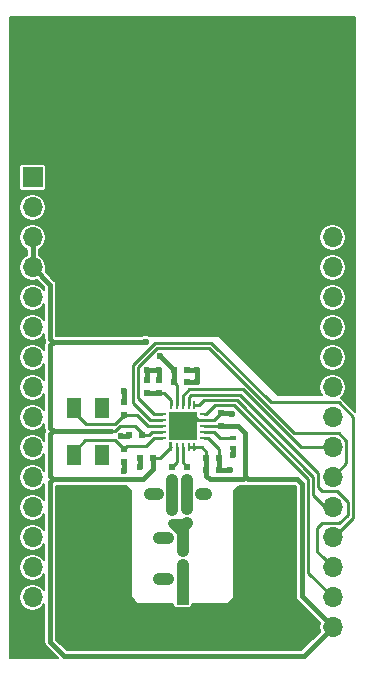
<source format=gtl>
G04 #@! TF.FileFunction,Copper,L1,Top,Signal*
%FSLAX46Y46*%
G04 Gerber Fmt 4.6, Leading zero omitted, Abs format (unit mm)*
G04 Created by KiCad (PCBNEW 4.0.7) date 07/17/18 20:37:52*
%MOMM*%
%LPD*%
G01*
G04 APERTURE LIST*
%ADD10C,0.100000*%
%ADD11R,1.700000X1.700000*%
%ADD12O,1.700000X1.700000*%
%ADD13R,1.200000X1.800000*%
%ADD14R,0.500000X0.600000*%
%ADD15R,0.600000X0.500000*%
%ADD16R,0.400000X0.600000*%
%ADD17R,0.600000X0.400000*%
%ADD18R,1.050000X2.200000*%
%ADD19R,1.000000X1.000000*%
%ADD20R,0.760000X0.280000*%
%ADD21R,0.280000X0.760000*%
%ADD22R,2.400000X2.400000*%
%ADD23C,0.600000*%
%ADD24C,0.500000*%
%ADD25C,1.000000*%
%ADD26C,0.250000*%
%ADD27C,0.400000*%
%ADD28C,0.800000*%
%ADD29C,0.200000*%
G04 APERTURE END LIST*
D10*
D11*
X112700000Y-86450000D03*
D12*
X112700000Y-88990000D03*
X112700000Y-91530000D03*
X112700000Y-94070000D03*
X112700000Y-96610000D03*
X112700000Y-99150000D03*
X112700000Y-101690000D03*
X112700000Y-104230000D03*
X112700000Y-106770000D03*
X112700000Y-109310000D03*
X112700000Y-111850000D03*
X112700000Y-114390000D03*
X112700000Y-116930000D03*
X112700000Y-119470000D03*
X112700000Y-122010000D03*
X112700000Y-124550000D03*
D13*
X90800000Y-106000000D03*
X90800000Y-110000000D03*
X93200000Y-110000000D03*
X93200000Y-106000000D03*
D14*
X100375000Y-110950000D03*
X100375000Y-112050000D03*
X99125000Y-112050000D03*
X99125000Y-110950000D03*
D15*
X99250000Y-102750000D03*
X100350000Y-102750000D03*
X99250000Y-103750000D03*
X100350000Y-103750000D03*
D14*
X95000000Y-106550000D03*
X95000000Y-105450000D03*
X95000000Y-110550000D03*
X95000000Y-109450000D03*
D15*
X99125000Y-113250000D03*
X98025000Y-113250000D03*
X97500000Y-110200000D03*
X96400000Y-110200000D03*
D14*
X100375000Y-115750000D03*
X100375000Y-114650000D03*
X97000000Y-103650000D03*
X97000000Y-104750000D03*
X98000000Y-103650000D03*
X98000000Y-104750000D03*
D15*
X100000000Y-117000000D03*
X98900000Y-117000000D03*
X102000000Y-110250000D03*
X103100000Y-110250000D03*
D14*
X103250000Y-107500000D03*
X103250000Y-106400000D03*
D15*
X100000000Y-120500000D03*
X98900000Y-120500000D03*
X96550000Y-108250000D03*
X95450000Y-108250000D03*
X102000000Y-111250000D03*
X103100000Y-111250000D03*
D16*
X100411805Y-113250000D03*
X101311805Y-113250000D03*
D17*
X99125000Y-115750000D03*
X99125000Y-114850000D03*
X100000000Y-118300000D03*
X100000000Y-119200000D03*
D18*
X98525000Y-123750000D03*
X101475000Y-123750000D03*
D19*
X100000000Y-122150000D03*
D11*
X87300000Y-86450000D03*
D12*
X87300000Y-88990000D03*
X87300000Y-91530000D03*
X87300000Y-94070000D03*
X87300000Y-96610000D03*
X87300000Y-99150000D03*
X87300000Y-101690000D03*
X87300000Y-104230000D03*
X87300000Y-106770000D03*
X87300000Y-109310000D03*
X87300000Y-111850000D03*
X87300000Y-114390000D03*
X87300000Y-116930000D03*
X87300000Y-119470000D03*
X87300000Y-122010000D03*
X87300000Y-124550000D03*
D17*
X104250000Y-108500000D03*
X104250000Y-109400000D03*
D20*
X98220000Y-108500000D03*
X98220000Y-108000000D03*
X98220000Y-107500000D03*
X98220000Y-107000000D03*
X98220000Y-106500000D03*
D21*
X99000000Y-105720000D03*
X100500000Y-105720000D03*
X99500000Y-105720000D03*
X101000000Y-105720000D03*
D10*
G36*
X98860000Y-109660000D02*
X98860000Y-108900000D01*
X99140000Y-108900000D01*
X99140000Y-109660000D01*
X98860000Y-109660000D01*
X98860000Y-109660000D01*
G37*
D21*
X99500000Y-109280000D03*
X100000000Y-109280000D03*
X100500000Y-109280000D03*
X101000000Y-109280000D03*
D20*
X101780000Y-108500000D03*
X101780000Y-108000000D03*
X101780000Y-107500000D03*
X101780000Y-107000000D03*
X101780000Y-106500000D03*
D21*
X100000000Y-105720000D03*
D22*
X100000000Y-107500000D03*
D23*
X102000000Y-113250000D03*
X96864852Y-100364853D03*
X98066942Y-101566942D03*
X100000000Y-124000000D03*
X103000000Y-124000000D03*
X97000000Y-124000000D03*
X97000000Y-123000000D03*
X97000000Y-125000000D03*
X103000000Y-125000000D03*
X103000000Y-123000000D03*
X98000000Y-120500000D03*
X105000000Y-101000000D03*
X107000000Y-101000000D03*
X107000000Y-103000000D03*
X109000000Y-103000000D03*
X109000000Y-101000000D03*
X98000000Y-102750000D03*
X97000000Y-102750000D03*
X91000000Y-83000000D03*
X109000000Y-83000000D03*
X109000000Y-85000000D03*
X109000000Y-87000000D03*
X109000000Y-97000000D03*
X107000000Y-97000000D03*
X105000000Y-97000000D03*
X103000000Y-97000000D03*
X101000000Y-97000000D03*
X111000000Y-83000000D03*
X109000000Y-85000000D03*
X109000000Y-89000000D03*
X109000000Y-91000000D03*
X109000000Y-93000000D03*
X109000000Y-95000000D03*
X109000000Y-97000000D03*
X109000000Y-99000000D03*
X107000000Y-99000000D03*
X105000000Y-99000000D03*
X103000000Y-99000000D03*
X101000000Y-99000000D03*
X99000000Y-99000000D03*
X97000000Y-99000000D03*
X95000000Y-99000000D03*
X93000000Y-99000000D03*
X91000000Y-99000000D03*
X99000000Y-97000000D03*
X97000000Y-97000000D03*
X95000000Y-97000000D03*
X93000000Y-97000000D03*
X91000000Y-97000000D03*
X91000000Y-95000000D03*
X91000000Y-93000000D03*
X91000000Y-91000000D03*
X91000000Y-89000000D03*
X91000000Y-87000000D03*
X91000000Y-85000000D03*
X89000000Y-83000000D03*
X87000000Y-83000000D03*
X87000000Y-81000000D03*
X87000000Y-79000000D03*
X87000000Y-77000000D03*
X87000000Y-75000000D03*
X89000000Y-75000000D03*
X91000000Y-75000000D03*
X93000000Y-75000000D03*
X95000000Y-75000000D03*
X97000000Y-75000000D03*
X99000000Y-75000000D03*
X101000000Y-75000000D03*
X103000000Y-75000000D03*
X105000000Y-75000000D03*
X107000000Y-75000000D03*
X109000000Y-75000000D03*
X111000000Y-75000000D03*
X113000000Y-75000000D03*
X113000000Y-77000000D03*
X113000000Y-79000000D03*
X113000000Y-81000000D03*
X113000000Y-83000000D03*
X109000000Y-113000000D03*
X104205043Y-106460728D03*
X96400000Y-111000000D03*
X104000000Y-111225384D03*
X104250000Y-110000000D03*
D24*
X100000000Y-107500000D03*
X99100000Y-108400000D03*
X100900000Y-106600000D03*
X100900000Y-108400000D03*
X99100000Y-106600000D03*
D23*
X105000000Y-121000000D03*
X107000000Y-121000000D03*
X107000000Y-119000000D03*
X105000000Y-119000000D03*
X105000000Y-117000000D03*
X107000000Y-117000000D03*
X107000000Y-115000000D03*
X105000000Y-115000000D03*
X105000000Y-113000000D03*
X107000000Y-113000000D03*
X95000000Y-121000000D03*
X93000000Y-121000000D03*
X93000000Y-119000000D03*
X95000000Y-119000000D03*
X95000000Y-117000000D03*
X93000000Y-117000000D03*
X93000000Y-115000000D03*
X95000000Y-115000000D03*
X95000000Y-113000000D03*
X93000000Y-113000000D03*
X109000000Y-115000000D03*
X109000000Y-117000000D03*
X109000000Y-119000000D03*
X109000000Y-121000000D03*
X91000000Y-113000000D03*
X91000000Y-115000000D03*
X91000000Y-117000000D03*
X91000000Y-119000000D03*
X91000000Y-121000000D03*
X105000000Y-125000000D03*
X107000000Y-125000000D03*
X109000000Y-125000000D03*
X109000000Y-123000000D03*
X107000000Y-123000000D03*
X105000000Y-123000000D03*
X95000000Y-125000000D03*
X93000000Y-125000000D03*
X91000000Y-125000000D03*
X91000000Y-123000000D03*
X93000000Y-123000000D03*
X95000000Y-123000000D03*
X95000000Y-111294728D03*
X94800774Y-108319535D03*
X95000000Y-104500000D03*
X98000000Y-117000000D03*
X97250000Y-113250000D03*
X101250000Y-102750000D03*
X101250000Y-103750000D03*
D25*
X102000000Y-113250000D02*
X101575010Y-113250000D01*
D26*
X91797071Y-107297071D02*
X90800000Y-106300000D01*
X90800000Y-106300000D02*
X90800000Y-106000000D01*
X94302929Y-107297071D02*
X91797071Y-107297071D01*
X95000000Y-106600000D02*
X94302929Y-107297071D01*
X98220000Y-107500000D02*
X97052295Y-107500000D01*
X97052295Y-107500000D02*
X96152295Y-106600000D01*
X96152295Y-106600000D02*
X95000000Y-106600000D01*
X95000000Y-106600000D02*
X95000000Y-106550000D01*
X95000000Y-106750000D02*
X94975272Y-106750000D01*
X95256782Y-109193218D02*
X95000000Y-109450000D01*
X97590000Y-108500000D02*
X96896782Y-109193218D01*
X96896782Y-109193218D02*
X95256782Y-109193218D01*
X98220000Y-108500000D02*
X97590000Y-108500000D01*
X95000000Y-109450000D02*
X94273475Y-108723475D01*
X94273475Y-108723475D02*
X91776525Y-108723475D01*
X91776525Y-108723475D02*
X90800000Y-109700000D01*
X90800000Y-109700000D02*
X90800000Y-110000000D01*
X100000000Y-110575000D02*
X100375000Y-110950000D01*
X100000000Y-109280000D02*
X100000000Y-110575000D01*
D25*
X100375000Y-112050000D02*
X100375000Y-113075000D01*
X100375000Y-112050000D02*
X100375000Y-114549991D01*
X99125000Y-113250000D02*
X99125000Y-113625000D01*
X99125000Y-113625000D02*
X99125000Y-114649990D01*
X99125000Y-112050000D02*
X99125000Y-113250000D01*
D26*
X99500000Y-110575000D02*
X99125000Y-110950000D01*
X99500000Y-109280000D02*
X99500000Y-110575000D01*
D27*
X112700000Y-124550000D02*
X110068162Y-121918162D01*
X109660433Y-111995422D02*
X105512696Y-111995422D01*
X110068162Y-121918162D02*
X110068162Y-112403151D01*
X110068162Y-112403151D02*
X109660433Y-111995422D01*
X105512696Y-111995422D02*
X105286002Y-111768728D01*
X105286002Y-111768728D02*
X105286002Y-111575650D01*
X102000000Y-111250000D02*
X102000000Y-111706916D01*
X102000000Y-111706916D02*
X102288506Y-111995422D01*
X102288506Y-111995422D02*
X105072639Y-111995422D01*
X105072639Y-111995422D02*
X105286002Y-111782059D01*
X105286002Y-111782059D02*
X105286002Y-111575650D01*
X105286002Y-108091539D02*
X104694463Y-107500000D01*
X105286002Y-111575650D02*
X105286002Y-108091539D01*
X104694463Y-107500000D02*
X103250000Y-107500000D01*
X89264811Y-100364853D02*
X89048766Y-100364853D01*
X89048766Y-100364853D02*
X88790331Y-100106418D01*
X88790331Y-100106418D02*
X88790331Y-95560331D01*
X88790331Y-95560331D02*
X87300000Y-94070000D01*
X89376587Y-107959669D02*
X89090052Y-107959669D01*
X89090052Y-107959669D02*
X88790331Y-107659948D01*
X89081286Y-100364853D02*
X89264811Y-100364853D01*
X88790331Y-107659948D02*
X88790331Y-100655808D01*
X88790331Y-100655808D02*
X89081286Y-100364853D01*
X89325256Y-111994728D02*
X89044745Y-111994728D01*
X89044745Y-111994728D02*
X88793573Y-111743556D01*
X88793573Y-111743556D02*
X88793573Y-108215236D01*
X88793573Y-108215236D02*
X89049140Y-107959669D01*
X89049140Y-107959669D02*
X89376587Y-107959669D01*
X112700000Y-124550000D02*
X110255877Y-126994123D01*
X110255877Y-126994123D02*
X89994123Y-126994123D01*
X89994123Y-126994123D02*
X88789120Y-125789120D01*
X89033305Y-111994728D02*
X89325256Y-111994728D01*
X88789120Y-125789120D02*
X88789120Y-112238913D01*
X88789120Y-112238913D02*
X89033305Y-111994728D01*
X97500000Y-110200000D02*
X97500000Y-111159268D01*
X97500000Y-111159268D02*
X96664540Y-111994728D01*
X96664540Y-111994728D02*
X89325256Y-111994728D01*
X93962027Y-107959669D02*
X89376587Y-107959669D01*
X96864852Y-100364853D02*
X89264811Y-100364853D01*
X87300000Y-94070000D02*
X87300000Y-91530000D01*
D26*
X99000000Y-109280000D02*
X98080000Y-110200000D01*
X98080000Y-110200000D02*
X97500000Y-110200000D01*
X101000000Y-109280000D02*
X101606612Y-109280000D01*
X101606612Y-109280000D02*
X102000000Y-109673388D01*
X102000000Y-109673388D02*
X102000000Y-110250000D01*
D27*
X99250000Y-102750000D02*
X98066942Y-101566942D01*
D26*
X96550000Y-108250000D02*
X96550000Y-108093072D01*
X96550000Y-108093072D02*
X95956928Y-107500000D01*
X95956928Y-107500000D02*
X94736410Y-107500000D01*
X94736410Y-107500000D02*
X94276741Y-107959669D01*
X94276741Y-107959669D02*
X93962027Y-107959669D01*
X96550000Y-108250000D02*
X96557426Y-108257426D01*
X96557426Y-108257426D02*
X97172058Y-108257426D01*
X97429484Y-108000000D02*
X98220000Y-108000000D01*
X97172058Y-108257426D02*
X97429484Y-108000000D01*
D27*
X102000000Y-111250000D02*
X102000000Y-110250000D01*
X99250000Y-103750000D02*
X99250000Y-102750000D01*
D26*
X103250000Y-107500000D02*
X101780000Y-107500000D01*
X101000000Y-109280000D02*
X101000000Y-109425002D01*
X100500000Y-109280000D02*
X101000000Y-109280000D01*
X99250000Y-103750000D02*
X99500000Y-104000000D01*
X99500000Y-104000000D02*
X99500000Y-105720000D01*
X111000000Y-83000000D02*
X109000000Y-83000000D01*
X89000000Y-83000000D02*
X91000000Y-83000000D01*
D25*
X98000000Y-120500000D02*
X98799990Y-120500000D01*
X98000000Y-117000000D02*
X98799990Y-117000000D01*
X97250000Y-113250000D02*
X97924990Y-113250000D01*
D26*
X100000000Y-124000000D02*
X101225000Y-124000000D01*
X101225000Y-124000000D02*
X101475000Y-123750000D01*
X103000000Y-123000000D02*
X103000000Y-124000000D01*
X103000000Y-125000000D02*
X103000000Y-124000000D01*
X97000000Y-124000000D02*
X97000000Y-123000000D01*
X97000000Y-125000000D02*
X97000000Y-124000000D01*
X97000000Y-123000000D02*
X95000000Y-123000000D01*
X105000000Y-123000000D02*
X103000000Y-123000000D01*
X97000000Y-123000000D02*
X97775000Y-123000000D01*
X97775000Y-123000000D02*
X98525000Y-123750000D01*
X101475000Y-123750000D02*
X102250000Y-123750000D01*
X102250000Y-123750000D02*
X103000000Y-123000000D01*
X105000000Y-115000000D02*
X105000000Y-113000000D01*
X105000000Y-119000000D02*
X105000000Y-117000000D01*
D27*
X109000000Y-103000000D02*
X107000000Y-103000000D01*
X107000000Y-101000000D02*
X105000000Y-101000000D01*
X107000000Y-103000000D02*
X107000000Y-101000000D01*
X109000000Y-101000000D02*
X109000000Y-103000000D01*
X109000000Y-99000000D02*
X109000000Y-101000000D01*
X98000000Y-102750000D02*
X98000000Y-103650000D01*
X97000000Y-102750000D02*
X98000000Y-102750000D01*
X97000000Y-103650000D02*
X97000000Y-102750000D01*
D26*
X91000000Y-85000000D02*
X91000000Y-83000000D01*
X109000000Y-85000000D02*
X109000000Y-83000000D01*
X109000000Y-87000000D02*
X109000000Y-85000000D01*
X109000000Y-89000000D02*
X109000000Y-87000000D01*
X107000000Y-97000000D02*
X109000000Y-97000000D01*
X105000000Y-97000000D02*
X107000000Y-97000000D01*
X103000000Y-97000000D02*
X105000000Y-97000000D01*
X101000000Y-97000000D02*
X103000000Y-97000000D01*
X99000000Y-97000000D02*
X101000000Y-97000000D01*
X111000000Y-83000000D02*
X113000000Y-83000000D01*
X109000000Y-91000000D02*
X109000000Y-89000000D01*
X109000000Y-93000000D02*
X109000000Y-91000000D01*
X109000000Y-95000000D02*
X109000000Y-93000000D01*
X109000000Y-97000000D02*
X109000000Y-95000000D01*
X109000000Y-99000000D02*
X109000000Y-97000000D01*
X107000000Y-99000000D02*
X109000000Y-99000000D01*
X105000000Y-99000000D02*
X107000000Y-99000000D01*
X103000000Y-99000000D02*
X105000000Y-99000000D01*
X101000000Y-99000000D02*
X103000000Y-99000000D01*
X99000000Y-99000000D02*
X101000000Y-99000000D01*
X97000000Y-99000000D02*
X99000000Y-99000000D01*
X95000000Y-99000000D02*
X97000000Y-99000000D01*
X93000000Y-99000000D02*
X95000000Y-99000000D01*
X91000000Y-99000000D02*
X93000000Y-99000000D01*
X91000000Y-97000000D02*
X91000000Y-99000000D01*
X97000000Y-97000000D02*
X99000000Y-97000000D01*
X95000000Y-97000000D02*
X97000000Y-97000000D01*
X93000000Y-97000000D02*
X95000000Y-97000000D01*
X91000000Y-97000000D02*
X93000000Y-97000000D01*
X91000000Y-95000000D02*
X91000000Y-97000000D01*
X91000000Y-93000000D02*
X91000000Y-95000000D01*
X91000000Y-91000000D02*
X91000000Y-93000000D01*
X91000000Y-89000000D02*
X91000000Y-91000000D01*
X91000000Y-87000000D02*
X91000000Y-89000000D01*
X91000000Y-85000000D02*
X91000000Y-87000000D01*
X87000000Y-83000000D02*
X89000000Y-83000000D01*
X87000000Y-81000000D02*
X87000000Y-83000000D01*
X87000000Y-79000000D02*
X87000000Y-81000000D01*
X87000000Y-77000000D02*
X87000000Y-79000000D01*
X87000000Y-75000000D02*
X87000000Y-77000000D01*
X89000000Y-75000000D02*
X87000000Y-75000000D01*
X91000000Y-75000000D02*
X89000000Y-75000000D01*
X93000000Y-75000000D02*
X91000000Y-75000000D01*
X95000000Y-75000000D02*
X93000000Y-75000000D01*
X97000000Y-75000000D02*
X95000000Y-75000000D01*
X99000000Y-75000000D02*
X97000000Y-75000000D01*
X101000000Y-75000000D02*
X99000000Y-75000000D01*
X103000000Y-75000000D02*
X101000000Y-75000000D01*
X105000000Y-75000000D02*
X103000000Y-75000000D01*
X107000000Y-75000000D02*
X105000000Y-75000000D01*
X109000000Y-75000000D02*
X107000000Y-75000000D01*
X111000000Y-75000000D02*
X109000000Y-75000000D01*
X113000000Y-75000000D02*
X111000000Y-75000000D01*
X113000000Y-77000000D02*
X113000000Y-75000000D01*
X113000000Y-79000000D02*
X113000000Y-77000000D01*
X113000000Y-81000000D02*
X113000000Y-79000000D01*
X113000000Y-83000000D02*
X113000000Y-81000000D01*
X112700000Y-86450000D02*
X112700000Y-83300000D01*
X112700000Y-83300000D02*
X113000000Y-83000000D01*
X109000000Y-115000000D02*
X109000000Y-113000000D01*
X109000000Y-113000000D02*
X107000000Y-113000000D01*
D27*
X104144315Y-106400000D02*
X104205043Y-106460728D01*
X103250000Y-106400000D02*
X104144315Y-106400000D01*
X96400000Y-110200000D02*
X96400000Y-111000000D01*
D26*
X101780000Y-108500000D02*
X102139048Y-108500000D01*
X102139048Y-108500000D02*
X103100000Y-109460952D01*
X103100000Y-109460952D02*
X103100000Y-110250000D01*
D27*
X103100000Y-111250000D02*
X103975384Y-111250000D01*
X103975384Y-111250000D02*
X104000000Y-111225384D01*
X104250000Y-109400000D02*
X104250000Y-110000000D01*
D26*
X100900000Y-108400000D02*
X100900000Y-106600000D01*
X101780000Y-107000000D02*
X101300000Y-107000000D01*
X101300000Y-107000000D02*
X100900000Y-106600000D01*
X99100000Y-108400000D02*
X100900000Y-108400000D01*
X99100000Y-106600000D02*
X99100000Y-108400000D01*
X100900000Y-106600000D02*
X99100000Y-106600000D01*
X100000000Y-107500000D02*
X100900000Y-106600000D01*
X107000000Y-121000000D02*
X105000000Y-121000000D01*
X107000000Y-119000000D02*
X107000000Y-121000000D01*
X105000000Y-119000000D02*
X107000000Y-119000000D01*
X107000000Y-117000000D02*
X105000000Y-117000000D01*
X107000000Y-115000000D02*
X107000000Y-117000000D01*
X105000000Y-115000000D02*
X107000000Y-115000000D01*
X107000000Y-113000000D02*
X105000000Y-113000000D01*
X93000000Y-121000000D02*
X95000000Y-121000000D01*
X93000000Y-119000000D02*
X93000000Y-121000000D01*
X95000000Y-119000000D02*
X93000000Y-119000000D01*
X95000000Y-117000000D02*
X95000000Y-119000000D01*
X93000000Y-117000000D02*
X95000000Y-117000000D01*
X93000000Y-115000000D02*
X93000000Y-117000000D01*
X95000000Y-115000000D02*
X93000000Y-115000000D01*
X95000000Y-113000000D02*
X95000000Y-115000000D01*
X93000000Y-113000000D02*
X95000000Y-113000000D01*
X91000000Y-113000000D02*
X93000000Y-113000000D01*
X109000000Y-117000000D02*
X109000000Y-115000000D01*
X109000000Y-119000000D02*
X109000000Y-117000000D01*
X109000000Y-121000000D02*
X109000000Y-119000000D01*
X109000000Y-123000000D02*
X109000000Y-121000000D01*
X91000000Y-115000000D02*
X91000000Y-113000000D01*
X91000000Y-117000000D02*
X91000000Y-115000000D01*
X91000000Y-119000000D02*
X91000000Y-117000000D01*
X91000000Y-121000000D02*
X91000000Y-119000000D01*
X91000000Y-123000000D02*
X91000000Y-121000000D01*
X107000000Y-125000000D02*
X105000000Y-125000000D01*
X109000000Y-125000000D02*
X107000000Y-125000000D01*
X109000000Y-123000000D02*
X109000000Y-125000000D01*
X107000000Y-123000000D02*
X109000000Y-123000000D01*
X105000000Y-123000000D02*
X107000000Y-123000000D01*
X93000000Y-125000000D02*
X95000000Y-125000000D01*
X91000000Y-125000000D02*
X93000000Y-125000000D01*
X91000000Y-123000000D02*
X91000000Y-125000000D01*
X93000000Y-123000000D02*
X91000000Y-123000000D01*
X95000000Y-123000000D02*
X93000000Y-123000000D01*
D27*
X95000000Y-110550000D02*
X95000000Y-111294728D01*
X95225038Y-108319535D02*
X94800774Y-108319535D01*
X95380465Y-108319535D02*
X95225038Y-108319535D01*
X95450000Y-108250000D02*
X95380465Y-108319535D01*
X103100000Y-111250000D02*
X103100000Y-110250000D01*
X101250000Y-103750000D02*
X100350000Y-103750000D01*
X101250000Y-102750000D02*
X101250000Y-103750000D01*
X100350000Y-102750000D02*
X101250000Y-102750000D01*
X95000000Y-105450000D02*
X95000000Y-104500000D01*
D26*
X103250000Y-106400000D02*
X102650000Y-107000000D01*
X102650000Y-107000000D02*
X101780000Y-107000000D01*
X98525000Y-123600000D02*
X98225000Y-123600000D01*
X101475000Y-123600000D02*
X101775000Y-123600000D01*
D25*
X100000000Y-117000000D02*
X100000000Y-116125000D01*
X100000000Y-116125000D02*
X100375000Y-115750000D01*
D28*
X99125000Y-115750000D02*
X100000000Y-116625000D01*
D25*
X100000000Y-117000000D02*
X100000000Y-118099990D01*
D28*
X100000000Y-117000000D02*
X100000000Y-118199990D01*
X99125000Y-115750000D02*
X100375000Y-115750000D01*
X100000000Y-116625000D02*
X100000000Y-117000000D01*
D26*
X99000000Y-105720000D02*
X99000000Y-105292176D01*
X99000000Y-105292176D02*
X98457824Y-104750000D01*
X98457824Y-104750000D02*
X98000000Y-104750000D01*
D27*
X97000000Y-104750000D02*
X98000000Y-104750000D01*
D25*
X100000000Y-120500000D02*
X100000000Y-119300000D01*
X100000000Y-120500000D02*
X100000000Y-122150000D01*
D28*
X100000000Y-120500000D02*
X100000000Y-119200000D01*
D26*
X104250000Y-108500000D02*
X103123404Y-108500000D01*
X103123404Y-108500000D02*
X102623404Y-108000000D01*
X102623404Y-108000000D02*
X101780000Y-108000000D01*
X101800000Y-107980000D02*
X101780000Y-108000000D01*
X111497919Y-109310000D02*
X112700000Y-109310000D01*
X105077951Y-104399970D02*
X109987981Y-109310000D01*
X109987981Y-109310000D02*
X111497919Y-109310000D01*
X100553620Y-104399970D02*
X105077951Y-104399970D01*
X100000000Y-104953590D02*
X100553620Y-104399970D01*
X100000000Y-105720000D02*
X100000000Y-104953590D01*
X96250000Y-105160000D02*
X97590000Y-106500000D01*
X113875001Y-110674999D02*
X113875001Y-108745999D01*
X96250000Y-102500000D02*
X96250000Y-105160000D01*
X97821900Y-100928100D02*
X96250000Y-102500000D01*
X109449390Y-108134999D02*
X102242491Y-100928100D01*
X113875001Y-108745999D02*
X113264001Y-108134999D01*
X112700000Y-111850000D02*
X113875001Y-110674999D01*
X97590000Y-106500000D02*
X98220000Y-106500000D01*
X113264001Y-108134999D02*
X109449390Y-108134999D01*
X102242491Y-100928100D02*
X97821900Y-100928100D01*
X112700000Y-114390000D02*
X112055011Y-114390000D01*
X112055011Y-114390000D02*
X111052802Y-113387791D01*
X111052802Y-113387791D02*
X111052802Y-111785326D01*
X111052802Y-111785326D02*
X104567468Y-105299992D01*
X104567468Y-105299992D02*
X101810008Y-105299992D01*
X101810008Y-105299992D02*
X101390000Y-105720000D01*
X101390000Y-105720000D02*
X101000000Y-105720000D01*
X95799989Y-102313600D02*
X97635500Y-100478089D01*
X97635500Y-100478089D02*
X102428890Y-100478089D01*
X102428890Y-100478089D02*
X107459506Y-105508705D01*
X98220000Y-107000000D02*
X97238741Y-107000000D01*
X95799989Y-105561249D02*
X95799989Y-102313600D01*
X97238741Y-107000000D02*
X95799989Y-105561249D01*
X107459506Y-105508705D02*
X113208781Y-105508705D01*
X113208781Y-105508705D02*
X114432731Y-106732655D01*
X114432731Y-106732655D02*
X114432731Y-115322625D01*
X114432731Y-115322625D02*
X112825356Y-116930000D01*
X112825356Y-116930000D02*
X112700000Y-116930000D01*
X100500000Y-105720000D02*
X100500000Y-105090000D01*
X100500000Y-105090000D02*
X100740019Y-104849981D01*
X111411450Y-118181450D02*
X111850001Y-118620001D01*
X100740019Y-104849981D02*
X104873669Y-104849981D01*
X104873669Y-104849981D02*
X111502813Y-111479125D01*
X111850001Y-118620001D02*
X112700000Y-119470000D01*
X111502813Y-111479125D02*
X111502813Y-112695318D01*
X111502813Y-112695318D02*
X111832496Y-113025001D01*
X111832496Y-113025001D02*
X113074003Y-113025001D01*
X113074003Y-113025001D02*
X113982721Y-113933719D01*
X113982721Y-113933719D02*
X113982721Y-115036279D01*
X111797206Y-115754999D02*
X111411450Y-116140755D01*
X113982721Y-115036279D02*
X113264001Y-115754999D01*
X113264001Y-115754999D02*
X111797206Y-115754999D01*
X111411450Y-116140755D02*
X111411450Y-118181450D01*
X110602791Y-119912791D02*
X110602791Y-111971726D01*
X110602791Y-111971726D02*
X104381068Y-105750003D01*
X102020000Y-106500000D02*
X101780000Y-106500000D01*
X112700000Y-122010000D02*
X110602791Y-119912791D01*
X104381068Y-105750003D02*
X102769997Y-105750003D01*
X102769997Y-105750003D02*
X102020000Y-106500000D01*
D29*
G36*
X114625000Y-106323883D02*
X113509301Y-105208185D01*
X113399024Y-105134499D01*
X113535703Y-105043173D01*
X113784991Y-104670086D01*
X113872530Y-104230000D01*
X113784991Y-103789914D01*
X113535703Y-103416827D01*
X113162616Y-103167539D01*
X112722530Y-103080000D01*
X112677470Y-103080000D01*
X112237384Y-103167539D01*
X111864297Y-103416827D01*
X111615009Y-103789914D01*
X111527470Y-104230000D01*
X111615009Y-104670086D01*
X111762685Y-104891100D01*
X108050322Y-104891100D01*
X104849222Y-101690000D01*
X111527470Y-101690000D01*
X111615009Y-102130086D01*
X111864297Y-102503173D01*
X112237384Y-102752461D01*
X112677470Y-102840000D01*
X112722530Y-102840000D01*
X113162616Y-102752461D01*
X113535703Y-102503173D01*
X113784991Y-102130086D01*
X113872530Y-101690000D01*
X113784991Y-101249914D01*
X113535703Y-100876827D01*
X113162616Y-100627539D01*
X112722530Y-100540000D01*
X112677470Y-100540000D01*
X112237384Y-100627539D01*
X111864297Y-100876827D01*
X111615009Y-101249914D01*
X111527470Y-101690000D01*
X104849222Y-101690000D01*
X103079611Y-99920389D01*
X103047806Y-99898979D01*
X103008900Y-99891100D01*
X97239715Y-99891100D01*
X97205169Y-99856494D01*
X96984723Y-99764957D01*
X96746028Y-99764749D01*
X96525423Y-99855901D01*
X96516455Y-99864853D01*
X89290331Y-99864853D01*
X89290331Y-99150000D01*
X111527470Y-99150000D01*
X111615009Y-99590086D01*
X111864297Y-99963173D01*
X112237384Y-100212461D01*
X112677470Y-100300000D01*
X112722530Y-100300000D01*
X113162616Y-100212461D01*
X113535703Y-99963173D01*
X113784991Y-99590086D01*
X113872530Y-99150000D01*
X113784991Y-98709914D01*
X113535703Y-98336827D01*
X113162616Y-98087539D01*
X112722530Y-98000000D01*
X112677470Y-98000000D01*
X112237384Y-98087539D01*
X111864297Y-98336827D01*
X111615009Y-98709914D01*
X111527470Y-99150000D01*
X89290331Y-99150000D01*
X89290331Y-96610000D01*
X111527470Y-96610000D01*
X111615009Y-97050086D01*
X111864297Y-97423173D01*
X112237384Y-97672461D01*
X112677470Y-97760000D01*
X112722530Y-97760000D01*
X113162616Y-97672461D01*
X113535703Y-97423173D01*
X113784991Y-97050086D01*
X113872530Y-96610000D01*
X113784991Y-96169914D01*
X113535703Y-95796827D01*
X113162616Y-95547539D01*
X112722530Y-95460000D01*
X112677470Y-95460000D01*
X112237384Y-95547539D01*
X111864297Y-95796827D01*
X111615009Y-96169914D01*
X111527470Y-96610000D01*
X89290331Y-96610000D01*
X89290331Y-95560331D01*
X89252271Y-95368989D01*
X89152719Y-95220000D01*
X89143884Y-95206777D01*
X88395311Y-94458204D01*
X88472530Y-94070000D01*
X111527470Y-94070000D01*
X111615009Y-94510086D01*
X111864297Y-94883173D01*
X112237384Y-95132461D01*
X112677470Y-95220000D01*
X112722530Y-95220000D01*
X113162616Y-95132461D01*
X113535703Y-94883173D01*
X113784991Y-94510086D01*
X113872530Y-94070000D01*
X113784991Y-93629914D01*
X113535703Y-93256827D01*
X113162616Y-93007539D01*
X112722530Y-92920000D01*
X112677470Y-92920000D01*
X112237384Y-93007539D01*
X111864297Y-93256827D01*
X111615009Y-93629914D01*
X111527470Y-94070000D01*
X88472530Y-94070000D01*
X88384991Y-93629914D01*
X88135703Y-93256827D01*
X87800000Y-93032518D01*
X87800000Y-92567482D01*
X88135703Y-92343173D01*
X88384991Y-91970086D01*
X88472530Y-91530000D01*
X111527470Y-91530000D01*
X111615009Y-91970086D01*
X111864297Y-92343173D01*
X112237384Y-92592461D01*
X112677470Y-92680000D01*
X112722530Y-92680000D01*
X113162616Y-92592461D01*
X113535703Y-92343173D01*
X113784991Y-91970086D01*
X113872530Y-91530000D01*
X113784991Y-91089914D01*
X113535703Y-90716827D01*
X113162616Y-90467539D01*
X112722530Y-90380000D01*
X112677470Y-90380000D01*
X112237384Y-90467539D01*
X111864297Y-90716827D01*
X111615009Y-91089914D01*
X111527470Y-91530000D01*
X88472530Y-91530000D01*
X88384991Y-91089914D01*
X88135703Y-90716827D01*
X87762616Y-90467539D01*
X87322530Y-90380000D01*
X87277470Y-90380000D01*
X86837384Y-90467539D01*
X86464297Y-90716827D01*
X86215009Y-91089914D01*
X86127470Y-91530000D01*
X86215009Y-91970086D01*
X86464297Y-92343173D01*
X86800000Y-92567482D01*
X86800000Y-93032518D01*
X86464297Y-93256827D01*
X86215009Y-93629914D01*
X86127470Y-94070000D01*
X86215009Y-94510086D01*
X86464297Y-94883173D01*
X86837384Y-95132461D01*
X87277470Y-95220000D01*
X87322530Y-95220000D01*
X87673150Y-95150257D01*
X88290331Y-95767438D01*
X88290331Y-96028245D01*
X88135703Y-95796827D01*
X87762616Y-95547539D01*
X87322530Y-95460000D01*
X87277470Y-95460000D01*
X86837384Y-95547539D01*
X86464297Y-95796827D01*
X86215009Y-96169914D01*
X86127470Y-96610000D01*
X86215009Y-97050086D01*
X86464297Y-97423173D01*
X86837384Y-97672461D01*
X87277470Y-97760000D01*
X87322530Y-97760000D01*
X87762616Y-97672461D01*
X88135703Y-97423173D01*
X88290331Y-97191755D01*
X88290331Y-98568245D01*
X88135703Y-98336827D01*
X87762616Y-98087539D01*
X87322530Y-98000000D01*
X87277470Y-98000000D01*
X86837384Y-98087539D01*
X86464297Y-98336827D01*
X86215009Y-98709914D01*
X86127470Y-99150000D01*
X86215009Y-99590086D01*
X86464297Y-99963173D01*
X86837384Y-100212461D01*
X87277470Y-100300000D01*
X87322530Y-100300000D01*
X87762616Y-100212461D01*
X88135703Y-99963173D01*
X88290331Y-99731755D01*
X88290331Y-100106418D01*
X88317893Y-100244982D01*
X88328391Y-100297760D01*
X88384086Y-100381113D01*
X88328391Y-100464466D01*
X88290331Y-100655808D01*
X88290331Y-101108245D01*
X88135703Y-100876827D01*
X87762616Y-100627539D01*
X87322530Y-100540000D01*
X87277470Y-100540000D01*
X86837384Y-100627539D01*
X86464297Y-100876827D01*
X86215009Y-101249914D01*
X86127470Y-101690000D01*
X86215009Y-102130086D01*
X86464297Y-102503173D01*
X86837384Y-102752461D01*
X87277470Y-102840000D01*
X87322530Y-102840000D01*
X87762616Y-102752461D01*
X88135703Y-102503173D01*
X88290331Y-102271755D01*
X88290331Y-103648245D01*
X88135703Y-103416827D01*
X87762616Y-103167539D01*
X87322530Y-103080000D01*
X87277470Y-103080000D01*
X86837384Y-103167539D01*
X86464297Y-103416827D01*
X86215009Y-103789914D01*
X86127470Y-104230000D01*
X86215009Y-104670086D01*
X86464297Y-105043173D01*
X86837384Y-105292461D01*
X87277470Y-105380000D01*
X87322530Y-105380000D01*
X87762616Y-105292461D01*
X88135703Y-105043173D01*
X88290331Y-104811755D01*
X88290331Y-106188245D01*
X88135703Y-105956827D01*
X87762616Y-105707539D01*
X87322530Y-105620000D01*
X87277470Y-105620000D01*
X86837384Y-105707539D01*
X86464297Y-105956827D01*
X86215009Y-106329914D01*
X86127470Y-106770000D01*
X86215009Y-107210086D01*
X86464297Y-107583173D01*
X86837384Y-107832461D01*
X87277470Y-107920000D01*
X87322530Y-107920000D01*
X87762616Y-107832461D01*
X88135703Y-107583173D01*
X88290331Y-107351755D01*
X88290331Y-107659948D01*
X88321642Y-107817359D01*
X88328391Y-107851290D01*
X88387678Y-107940018D01*
X88331633Y-108023894D01*
X88293573Y-108215236D01*
X88293573Y-108733097D01*
X88135703Y-108496827D01*
X87762616Y-108247539D01*
X87322530Y-108160000D01*
X87277470Y-108160000D01*
X86837384Y-108247539D01*
X86464297Y-108496827D01*
X86215009Y-108869914D01*
X86127470Y-109310000D01*
X86215009Y-109750086D01*
X86464297Y-110123173D01*
X86837384Y-110372461D01*
X87277470Y-110460000D01*
X87322530Y-110460000D01*
X87762616Y-110372461D01*
X88135703Y-110123173D01*
X88293573Y-109886903D01*
X88293573Y-111273097D01*
X88135703Y-111036827D01*
X87762616Y-110787539D01*
X87322530Y-110700000D01*
X87277470Y-110700000D01*
X86837384Y-110787539D01*
X86464297Y-111036827D01*
X86215009Y-111409914D01*
X86127470Y-111850000D01*
X86215009Y-112290086D01*
X86464297Y-112663173D01*
X86837384Y-112912461D01*
X87277470Y-113000000D01*
X87322530Y-113000000D01*
X87762616Y-112912461D01*
X88135703Y-112663173D01*
X88289120Y-112433568D01*
X88289120Y-113806432D01*
X88135703Y-113576827D01*
X87762616Y-113327539D01*
X87322530Y-113240000D01*
X87277470Y-113240000D01*
X86837384Y-113327539D01*
X86464297Y-113576827D01*
X86215009Y-113949914D01*
X86127470Y-114390000D01*
X86215009Y-114830086D01*
X86464297Y-115203173D01*
X86837384Y-115452461D01*
X87277470Y-115540000D01*
X87322530Y-115540000D01*
X87762616Y-115452461D01*
X88135703Y-115203173D01*
X88289120Y-114973568D01*
X88289120Y-116346432D01*
X88135703Y-116116827D01*
X87762616Y-115867539D01*
X87322530Y-115780000D01*
X87277470Y-115780000D01*
X86837384Y-115867539D01*
X86464297Y-116116827D01*
X86215009Y-116489914D01*
X86127470Y-116930000D01*
X86215009Y-117370086D01*
X86464297Y-117743173D01*
X86837384Y-117992461D01*
X87277470Y-118080000D01*
X87322530Y-118080000D01*
X87762616Y-117992461D01*
X88135703Y-117743173D01*
X88289120Y-117513568D01*
X88289120Y-118886432D01*
X88135703Y-118656827D01*
X87762616Y-118407539D01*
X87322530Y-118320000D01*
X87277470Y-118320000D01*
X86837384Y-118407539D01*
X86464297Y-118656827D01*
X86215009Y-119029914D01*
X86127470Y-119470000D01*
X86215009Y-119910086D01*
X86464297Y-120283173D01*
X86837384Y-120532461D01*
X87277470Y-120620000D01*
X87322530Y-120620000D01*
X87762616Y-120532461D01*
X88135703Y-120283173D01*
X88289120Y-120053568D01*
X88289120Y-121426432D01*
X88135703Y-121196827D01*
X87762616Y-120947539D01*
X87322530Y-120860000D01*
X87277470Y-120860000D01*
X86837384Y-120947539D01*
X86464297Y-121196827D01*
X86215009Y-121569914D01*
X86127470Y-122010000D01*
X86215009Y-122450086D01*
X86464297Y-122823173D01*
X86837384Y-123072461D01*
X87277470Y-123160000D01*
X87322530Y-123160000D01*
X87762616Y-123072461D01*
X88135703Y-122823173D01*
X88289120Y-122593568D01*
X88289120Y-125789120D01*
X88327180Y-125980462D01*
X88435567Y-126142673D01*
X89417893Y-127125000D01*
X85375000Y-127125000D01*
X85375000Y-88990000D01*
X86127470Y-88990000D01*
X86215009Y-89430086D01*
X86464297Y-89803173D01*
X86837384Y-90052461D01*
X87277470Y-90140000D01*
X87322530Y-90140000D01*
X87762616Y-90052461D01*
X88135703Y-89803173D01*
X88384991Y-89430086D01*
X88472530Y-88990000D01*
X88384991Y-88549914D01*
X88135703Y-88176827D01*
X87762616Y-87927539D01*
X87322530Y-87840000D01*
X87277470Y-87840000D01*
X86837384Y-87927539D01*
X86464297Y-88176827D01*
X86215009Y-88549914D01*
X86127470Y-88990000D01*
X85375000Y-88990000D01*
X85375000Y-85600000D01*
X86144123Y-85600000D01*
X86144123Y-87300000D01*
X86165042Y-87411173D01*
X86230745Y-87513279D01*
X86330997Y-87581778D01*
X86450000Y-87605877D01*
X88150000Y-87605877D01*
X88261173Y-87584958D01*
X88363279Y-87519255D01*
X88431778Y-87419003D01*
X88455877Y-87300000D01*
X88455877Y-85600000D01*
X88434958Y-85488827D01*
X88369255Y-85386721D01*
X88269003Y-85318222D01*
X88150000Y-85294123D01*
X86450000Y-85294123D01*
X86338827Y-85315042D01*
X86236721Y-85380745D01*
X86168222Y-85480997D01*
X86144123Y-85600000D01*
X85375000Y-85600000D01*
X85375000Y-72875000D01*
X114625000Y-72875000D01*
X114625000Y-106323883D01*
X114625000Y-106323883D01*
G37*
X114625000Y-106323883D02*
X113509301Y-105208185D01*
X113399024Y-105134499D01*
X113535703Y-105043173D01*
X113784991Y-104670086D01*
X113872530Y-104230000D01*
X113784991Y-103789914D01*
X113535703Y-103416827D01*
X113162616Y-103167539D01*
X112722530Y-103080000D01*
X112677470Y-103080000D01*
X112237384Y-103167539D01*
X111864297Y-103416827D01*
X111615009Y-103789914D01*
X111527470Y-104230000D01*
X111615009Y-104670086D01*
X111762685Y-104891100D01*
X108050322Y-104891100D01*
X104849222Y-101690000D01*
X111527470Y-101690000D01*
X111615009Y-102130086D01*
X111864297Y-102503173D01*
X112237384Y-102752461D01*
X112677470Y-102840000D01*
X112722530Y-102840000D01*
X113162616Y-102752461D01*
X113535703Y-102503173D01*
X113784991Y-102130086D01*
X113872530Y-101690000D01*
X113784991Y-101249914D01*
X113535703Y-100876827D01*
X113162616Y-100627539D01*
X112722530Y-100540000D01*
X112677470Y-100540000D01*
X112237384Y-100627539D01*
X111864297Y-100876827D01*
X111615009Y-101249914D01*
X111527470Y-101690000D01*
X104849222Y-101690000D01*
X103079611Y-99920389D01*
X103047806Y-99898979D01*
X103008900Y-99891100D01*
X97239715Y-99891100D01*
X97205169Y-99856494D01*
X96984723Y-99764957D01*
X96746028Y-99764749D01*
X96525423Y-99855901D01*
X96516455Y-99864853D01*
X89290331Y-99864853D01*
X89290331Y-99150000D01*
X111527470Y-99150000D01*
X111615009Y-99590086D01*
X111864297Y-99963173D01*
X112237384Y-100212461D01*
X112677470Y-100300000D01*
X112722530Y-100300000D01*
X113162616Y-100212461D01*
X113535703Y-99963173D01*
X113784991Y-99590086D01*
X113872530Y-99150000D01*
X113784991Y-98709914D01*
X113535703Y-98336827D01*
X113162616Y-98087539D01*
X112722530Y-98000000D01*
X112677470Y-98000000D01*
X112237384Y-98087539D01*
X111864297Y-98336827D01*
X111615009Y-98709914D01*
X111527470Y-99150000D01*
X89290331Y-99150000D01*
X89290331Y-96610000D01*
X111527470Y-96610000D01*
X111615009Y-97050086D01*
X111864297Y-97423173D01*
X112237384Y-97672461D01*
X112677470Y-97760000D01*
X112722530Y-97760000D01*
X113162616Y-97672461D01*
X113535703Y-97423173D01*
X113784991Y-97050086D01*
X113872530Y-96610000D01*
X113784991Y-96169914D01*
X113535703Y-95796827D01*
X113162616Y-95547539D01*
X112722530Y-95460000D01*
X112677470Y-95460000D01*
X112237384Y-95547539D01*
X111864297Y-95796827D01*
X111615009Y-96169914D01*
X111527470Y-96610000D01*
X89290331Y-96610000D01*
X89290331Y-95560331D01*
X89252271Y-95368989D01*
X89152719Y-95220000D01*
X89143884Y-95206777D01*
X88395311Y-94458204D01*
X88472530Y-94070000D01*
X111527470Y-94070000D01*
X111615009Y-94510086D01*
X111864297Y-94883173D01*
X112237384Y-95132461D01*
X112677470Y-95220000D01*
X112722530Y-95220000D01*
X113162616Y-95132461D01*
X113535703Y-94883173D01*
X113784991Y-94510086D01*
X113872530Y-94070000D01*
X113784991Y-93629914D01*
X113535703Y-93256827D01*
X113162616Y-93007539D01*
X112722530Y-92920000D01*
X112677470Y-92920000D01*
X112237384Y-93007539D01*
X111864297Y-93256827D01*
X111615009Y-93629914D01*
X111527470Y-94070000D01*
X88472530Y-94070000D01*
X88384991Y-93629914D01*
X88135703Y-93256827D01*
X87800000Y-93032518D01*
X87800000Y-92567482D01*
X88135703Y-92343173D01*
X88384991Y-91970086D01*
X88472530Y-91530000D01*
X111527470Y-91530000D01*
X111615009Y-91970086D01*
X111864297Y-92343173D01*
X112237384Y-92592461D01*
X112677470Y-92680000D01*
X112722530Y-92680000D01*
X113162616Y-92592461D01*
X113535703Y-92343173D01*
X113784991Y-91970086D01*
X113872530Y-91530000D01*
X113784991Y-91089914D01*
X113535703Y-90716827D01*
X113162616Y-90467539D01*
X112722530Y-90380000D01*
X112677470Y-90380000D01*
X112237384Y-90467539D01*
X111864297Y-90716827D01*
X111615009Y-91089914D01*
X111527470Y-91530000D01*
X88472530Y-91530000D01*
X88384991Y-91089914D01*
X88135703Y-90716827D01*
X87762616Y-90467539D01*
X87322530Y-90380000D01*
X87277470Y-90380000D01*
X86837384Y-90467539D01*
X86464297Y-90716827D01*
X86215009Y-91089914D01*
X86127470Y-91530000D01*
X86215009Y-91970086D01*
X86464297Y-92343173D01*
X86800000Y-92567482D01*
X86800000Y-93032518D01*
X86464297Y-93256827D01*
X86215009Y-93629914D01*
X86127470Y-94070000D01*
X86215009Y-94510086D01*
X86464297Y-94883173D01*
X86837384Y-95132461D01*
X87277470Y-95220000D01*
X87322530Y-95220000D01*
X87673150Y-95150257D01*
X88290331Y-95767438D01*
X88290331Y-96028245D01*
X88135703Y-95796827D01*
X87762616Y-95547539D01*
X87322530Y-95460000D01*
X87277470Y-95460000D01*
X86837384Y-95547539D01*
X86464297Y-95796827D01*
X86215009Y-96169914D01*
X86127470Y-96610000D01*
X86215009Y-97050086D01*
X86464297Y-97423173D01*
X86837384Y-97672461D01*
X87277470Y-97760000D01*
X87322530Y-97760000D01*
X87762616Y-97672461D01*
X88135703Y-97423173D01*
X88290331Y-97191755D01*
X88290331Y-98568245D01*
X88135703Y-98336827D01*
X87762616Y-98087539D01*
X87322530Y-98000000D01*
X87277470Y-98000000D01*
X86837384Y-98087539D01*
X86464297Y-98336827D01*
X86215009Y-98709914D01*
X86127470Y-99150000D01*
X86215009Y-99590086D01*
X86464297Y-99963173D01*
X86837384Y-100212461D01*
X87277470Y-100300000D01*
X87322530Y-100300000D01*
X87762616Y-100212461D01*
X88135703Y-99963173D01*
X88290331Y-99731755D01*
X88290331Y-100106418D01*
X88317893Y-100244982D01*
X88328391Y-100297760D01*
X88384086Y-100381113D01*
X88328391Y-100464466D01*
X88290331Y-100655808D01*
X88290331Y-101108245D01*
X88135703Y-100876827D01*
X87762616Y-100627539D01*
X87322530Y-100540000D01*
X87277470Y-100540000D01*
X86837384Y-100627539D01*
X86464297Y-100876827D01*
X86215009Y-101249914D01*
X86127470Y-101690000D01*
X86215009Y-102130086D01*
X86464297Y-102503173D01*
X86837384Y-102752461D01*
X87277470Y-102840000D01*
X87322530Y-102840000D01*
X87762616Y-102752461D01*
X88135703Y-102503173D01*
X88290331Y-102271755D01*
X88290331Y-103648245D01*
X88135703Y-103416827D01*
X87762616Y-103167539D01*
X87322530Y-103080000D01*
X87277470Y-103080000D01*
X86837384Y-103167539D01*
X86464297Y-103416827D01*
X86215009Y-103789914D01*
X86127470Y-104230000D01*
X86215009Y-104670086D01*
X86464297Y-105043173D01*
X86837384Y-105292461D01*
X87277470Y-105380000D01*
X87322530Y-105380000D01*
X87762616Y-105292461D01*
X88135703Y-105043173D01*
X88290331Y-104811755D01*
X88290331Y-106188245D01*
X88135703Y-105956827D01*
X87762616Y-105707539D01*
X87322530Y-105620000D01*
X87277470Y-105620000D01*
X86837384Y-105707539D01*
X86464297Y-105956827D01*
X86215009Y-106329914D01*
X86127470Y-106770000D01*
X86215009Y-107210086D01*
X86464297Y-107583173D01*
X86837384Y-107832461D01*
X87277470Y-107920000D01*
X87322530Y-107920000D01*
X87762616Y-107832461D01*
X88135703Y-107583173D01*
X88290331Y-107351755D01*
X88290331Y-107659948D01*
X88321642Y-107817359D01*
X88328391Y-107851290D01*
X88387678Y-107940018D01*
X88331633Y-108023894D01*
X88293573Y-108215236D01*
X88293573Y-108733097D01*
X88135703Y-108496827D01*
X87762616Y-108247539D01*
X87322530Y-108160000D01*
X87277470Y-108160000D01*
X86837384Y-108247539D01*
X86464297Y-108496827D01*
X86215009Y-108869914D01*
X86127470Y-109310000D01*
X86215009Y-109750086D01*
X86464297Y-110123173D01*
X86837384Y-110372461D01*
X87277470Y-110460000D01*
X87322530Y-110460000D01*
X87762616Y-110372461D01*
X88135703Y-110123173D01*
X88293573Y-109886903D01*
X88293573Y-111273097D01*
X88135703Y-111036827D01*
X87762616Y-110787539D01*
X87322530Y-110700000D01*
X87277470Y-110700000D01*
X86837384Y-110787539D01*
X86464297Y-111036827D01*
X86215009Y-111409914D01*
X86127470Y-111850000D01*
X86215009Y-112290086D01*
X86464297Y-112663173D01*
X86837384Y-112912461D01*
X87277470Y-113000000D01*
X87322530Y-113000000D01*
X87762616Y-112912461D01*
X88135703Y-112663173D01*
X88289120Y-112433568D01*
X88289120Y-113806432D01*
X88135703Y-113576827D01*
X87762616Y-113327539D01*
X87322530Y-113240000D01*
X87277470Y-113240000D01*
X86837384Y-113327539D01*
X86464297Y-113576827D01*
X86215009Y-113949914D01*
X86127470Y-114390000D01*
X86215009Y-114830086D01*
X86464297Y-115203173D01*
X86837384Y-115452461D01*
X87277470Y-115540000D01*
X87322530Y-115540000D01*
X87762616Y-115452461D01*
X88135703Y-115203173D01*
X88289120Y-114973568D01*
X88289120Y-116346432D01*
X88135703Y-116116827D01*
X87762616Y-115867539D01*
X87322530Y-115780000D01*
X87277470Y-115780000D01*
X86837384Y-115867539D01*
X86464297Y-116116827D01*
X86215009Y-116489914D01*
X86127470Y-116930000D01*
X86215009Y-117370086D01*
X86464297Y-117743173D01*
X86837384Y-117992461D01*
X87277470Y-118080000D01*
X87322530Y-118080000D01*
X87762616Y-117992461D01*
X88135703Y-117743173D01*
X88289120Y-117513568D01*
X88289120Y-118886432D01*
X88135703Y-118656827D01*
X87762616Y-118407539D01*
X87322530Y-118320000D01*
X87277470Y-118320000D01*
X86837384Y-118407539D01*
X86464297Y-118656827D01*
X86215009Y-119029914D01*
X86127470Y-119470000D01*
X86215009Y-119910086D01*
X86464297Y-120283173D01*
X86837384Y-120532461D01*
X87277470Y-120620000D01*
X87322530Y-120620000D01*
X87762616Y-120532461D01*
X88135703Y-120283173D01*
X88289120Y-120053568D01*
X88289120Y-121426432D01*
X88135703Y-121196827D01*
X87762616Y-120947539D01*
X87322530Y-120860000D01*
X87277470Y-120860000D01*
X86837384Y-120947539D01*
X86464297Y-121196827D01*
X86215009Y-121569914D01*
X86127470Y-122010000D01*
X86215009Y-122450086D01*
X86464297Y-122823173D01*
X86837384Y-123072461D01*
X87277470Y-123160000D01*
X87322530Y-123160000D01*
X87762616Y-123072461D01*
X88135703Y-122823173D01*
X88289120Y-122593568D01*
X88289120Y-125789120D01*
X88327180Y-125980462D01*
X88435567Y-126142673D01*
X89417893Y-127125000D01*
X85375000Y-127125000D01*
X85375000Y-88990000D01*
X86127470Y-88990000D01*
X86215009Y-89430086D01*
X86464297Y-89803173D01*
X86837384Y-90052461D01*
X87277470Y-90140000D01*
X87322530Y-90140000D01*
X87762616Y-90052461D01*
X88135703Y-89803173D01*
X88384991Y-89430086D01*
X88472530Y-88990000D01*
X88384991Y-88549914D01*
X88135703Y-88176827D01*
X87762616Y-87927539D01*
X87322530Y-87840000D01*
X87277470Y-87840000D01*
X86837384Y-87927539D01*
X86464297Y-88176827D01*
X86215009Y-88549914D01*
X86127470Y-88990000D01*
X85375000Y-88990000D01*
X85375000Y-85600000D01*
X86144123Y-85600000D01*
X86144123Y-87300000D01*
X86165042Y-87411173D01*
X86230745Y-87513279D01*
X86330997Y-87581778D01*
X86450000Y-87605877D01*
X88150000Y-87605877D01*
X88261173Y-87584958D01*
X88363279Y-87519255D01*
X88431778Y-87419003D01*
X88455877Y-87300000D01*
X88455877Y-85600000D01*
X88434958Y-85488827D01*
X88369255Y-85386721D01*
X88269003Y-85318222D01*
X88150000Y-85294123D01*
X86450000Y-85294123D01*
X86338827Y-85315042D01*
X86236721Y-85380745D01*
X86168222Y-85480997D01*
X86144123Y-85600000D01*
X85375000Y-85600000D01*
X85375000Y-72875000D01*
X114625000Y-72875000D01*
X114625000Y-106323883D01*
G36*
X95208523Y-112599945D02*
X95650000Y-113041422D01*
X95650000Y-122000000D01*
X95657350Y-122037629D01*
X95679289Y-122070711D01*
X96179289Y-122570711D01*
X96211094Y-122592121D01*
X96250000Y-122600000D01*
X99194123Y-122600000D01*
X99194123Y-122650000D01*
X99215042Y-122761173D01*
X99280745Y-122863279D01*
X99380997Y-122931778D01*
X99500000Y-122955877D01*
X100500000Y-122955877D01*
X100611173Y-122934958D01*
X100713279Y-122869255D01*
X100781778Y-122769003D01*
X100805877Y-122650000D01*
X100805877Y-122600000D01*
X103750000Y-122600000D01*
X103787629Y-122592650D01*
X103820711Y-122570711D01*
X104320711Y-122070711D01*
X104342121Y-122038906D01*
X104350000Y-122000000D01*
X104350000Y-113041422D01*
X104791467Y-112599955D01*
X109552729Y-112594824D01*
X109568162Y-112610257D01*
X109568162Y-121918162D01*
X109598506Y-122070711D01*
X109606222Y-122109504D01*
X109714609Y-122271715D01*
X111604689Y-124161795D01*
X111527470Y-124550000D01*
X111604689Y-124938205D01*
X110048771Y-126494123D01*
X90201230Y-126494123D01*
X89289120Y-125582014D01*
X89289120Y-112592130D01*
X95208523Y-112599945D01*
X95208523Y-112599945D01*
G37*
X95208523Y-112599945D02*
X95650000Y-113041422D01*
X95650000Y-122000000D01*
X95657350Y-122037629D01*
X95679289Y-122070711D01*
X96179289Y-122570711D01*
X96211094Y-122592121D01*
X96250000Y-122600000D01*
X99194123Y-122600000D01*
X99194123Y-122650000D01*
X99215042Y-122761173D01*
X99280745Y-122863279D01*
X99380997Y-122931778D01*
X99500000Y-122955877D01*
X100500000Y-122955877D01*
X100611173Y-122934958D01*
X100713279Y-122869255D01*
X100781778Y-122769003D01*
X100805877Y-122650000D01*
X100805877Y-122600000D01*
X103750000Y-122600000D01*
X103787629Y-122592650D01*
X103820711Y-122570711D01*
X104320711Y-122070711D01*
X104342121Y-122038906D01*
X104350000Y-122000000D01*
X104350000Y-113041422D01*
X104791467Y-112599955D01*
X109552729Y-112594824D01*
X109568162Y-112610257D01*
X109568162Y-121918162D01*
X109598506Y-122070711D01*
X109606222Y-122109504D01*
X109714609Y-122271715D01*
X111604689Y-124161795D01*
X111527470Y-124550000D01*
X111604689Y-124938205D01*
X110048771Y-126494123D01*
X90201230Y-126494123D01*
X89289120Y-125582014D01*
X89289120Y-112592130D01*
X95208523Y-112599945D01*
M02*

</source>
